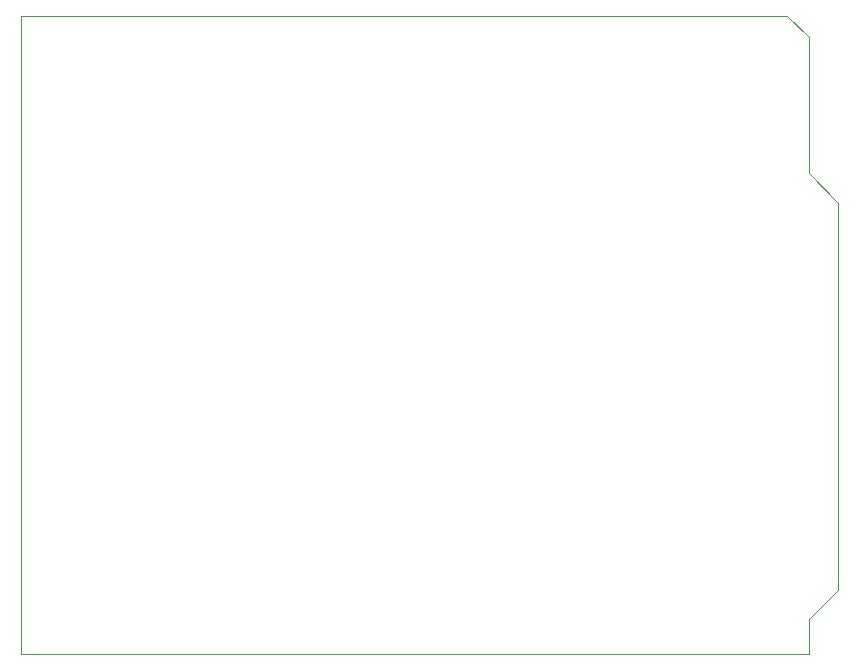
<source format=gbr>
%TF.GenerationSoftware,KiCad,Pcbnew,(5.1.9)-1*%
%TF.CreationDate,2021-02-03T21:02:23-05:00*%
%TF.ProjectId,JoystickCtrl,4a6f7973-7469-4636-9b43-74726c2e6b69,rev?*%
%TF.SameCoordinates,Original*%
%TF.FileFunction,Profile,NP*%
%FSLAX46Y46*%
G04 Gerber Fmt 4.6, Leading zero omitted, Abs format (unit mm)*
G04 Created by KiCad (PCBNEW (5.1.9)-1) date 2021-02-03 21:02:23*
%MOMM*%
%LPD*%
G01*
G04 APERTURE LIST*
%TA.AperFunction,Profile*%
%ADD10C,0.050000*%
%TD*%
G04 APERTURE END LIST*
D10*
X114000000Y-125400000D02*
X114000000Y-74600000D01*
X114000000Y-128600000D02*
X114000000Y-125400000D01*
X180700000Y-128600000D02*
X114000000Y-128600000D01*
X180700000Y-125700000D02*
X180700000Y-128600000D01*
X183200000Y-123200000D02*
X180700000Y-125700000D01*
X183200000Y-90400000D02*
X183200000Y-123200000D01*
X180700000Y-87900000D02*
X183200000Y-90400000D01*
X180700000Y-76400000D02*
X180700000Y-87900000D01*
X178900000Y-74600000D02*
X180700000Y-76400000D01*
X114000000Y-74600000D02*
X178900000Y-74600000D01*
M02*

</source>
